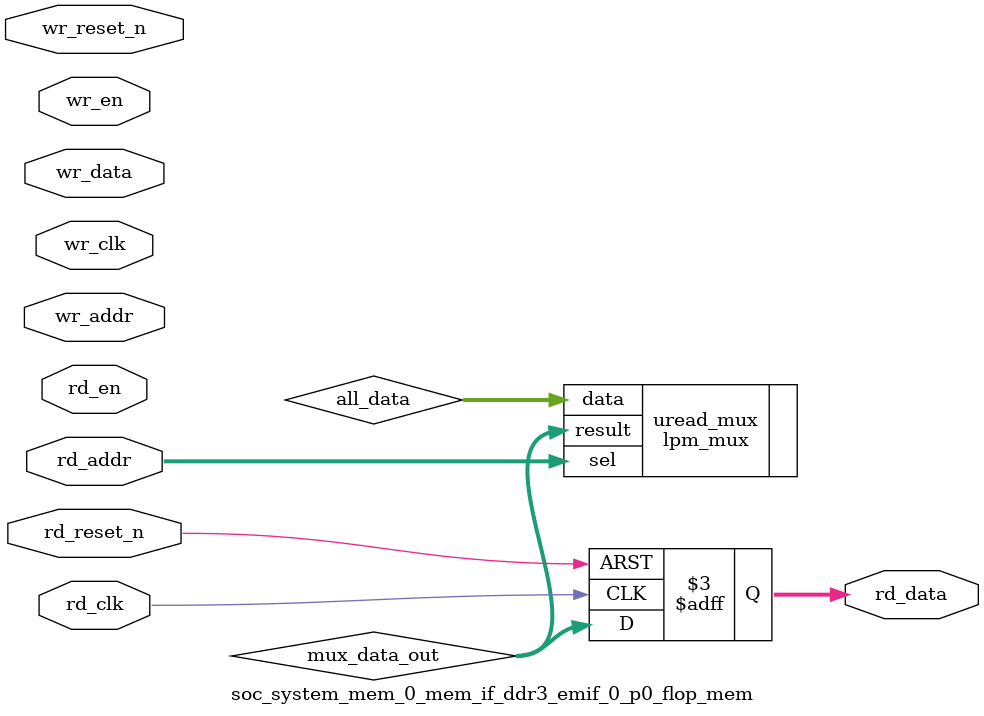
<source format=v>



`timescale 1 ps / 1 ps

(* altera_attribute = "-name ALLOW_SYNCH_CTRL_USAGE ON;-name AUTO_CLOCK_ENABLE_RECOGNITION ON" *)
module soc_system_mem_0_mem_if_ddr3_emif_0_p0_flop_mem(
	wr_reset_n,
	wr_clk,
	wr_en,
	wr_addr,
	wr_data,
	rd_reset_n,
	rd_clk,
	rd_en,
	rd_addr,
	rd_data
);

parameter WRITE_MEM_DEPTH	= "";
parameter WRITE_ADDR_WIDTH	= "";
parameter WRITE_DATA_WIDTH	= "";
parameter READ_MEM_DEPTH	= "";
parameter READ_ADDR_WIDTH	= "";		 
parameter READ_DATA_WIDTH	= "";


input	wr_reset_n;
input	wr_clk;
input	wr_en;
input	[WRITE_ADDR_WIDTH-1:0] wr_addr;
input	[WRITE_DATA_WIDTH-1:0] wr_data;
input	rd_reset_n;
input	rd_clk;
input	rd_en;
input	[READ_ADDR_WIDTH-1:0] rd_addr;
output	[READ_DATA_WIDTH-1:0] rd_data;



wire	[WRITE_DATA_WIDTH*WRITE_MEM_DEPTH-1:0] all_data;
wire	[READ_DATA_WIDTH-1:0] mux_data_out;



// declare a memory with WRITE_MEM_DEPTH entries
// each entry contains a data size of WRITE_DATA_WIDTH
reg	[WRITE_DATA_WIDTH-1:0] data_stored [0:WRITE_MEM_DEPTH-1] /* synthesis syn_preserve = 1 */;
reg	[READ_DATA_WIDTH-1:0] rd_data;

generate
genvar entry;
	for (entry=0; entry < WRITE_MEM_DEPTH; entry=entry+1)
	begin: mem_location
		assign all_data[(WRITE_DATA_WIDTH*(entry+1)-1) : (WRITE_DATA_WIDTH*entry)] = data_stored[entry]; 
		
		always @(posedge wr_clk or negedge wr_reset_n)
		begin
			if (~wr_reset_n) begin
				data_stored[entry] <= {WRITE_DATA_WIDTH{1'b0}};
			end else begin
				if (wr_en) begin
					if (entry == wr_addr) begin
						data_stored[entry] <= wr_data;
					end
				end
			end
		end		
	end
endgenerate

// mux to select the correct output data based on read address
lpm_mux	uread_mux(
	.sel (rd_addr),
	.data (all_data),
	.result (mux_data_out)
	// synopsys translate_off
	,
	.aclr (),
	.clken (),
	.clock ()
	// synopsys translate_on
	);
 defparam uread_mux.lpm_size = READ_MEM_DEPTH;
 defparam uread_mux.lpm_type = "LPM_MUX";
 defparam uread_mux.lpm_width = READ_DATA_WIDTH;
 defparam uread_mux.lpm_widths = READ_ADDR_WIDTH;

always @(posedge rd_clk or negedge rd_reset_n)	
begin
	if (~rd_reset_n) begin
		rd_data <= {READ_DATA_WIDTH{1'b0}};
	end else begin
		rd_data <= mux_data_out;
	end
end

endmodule

</source>
